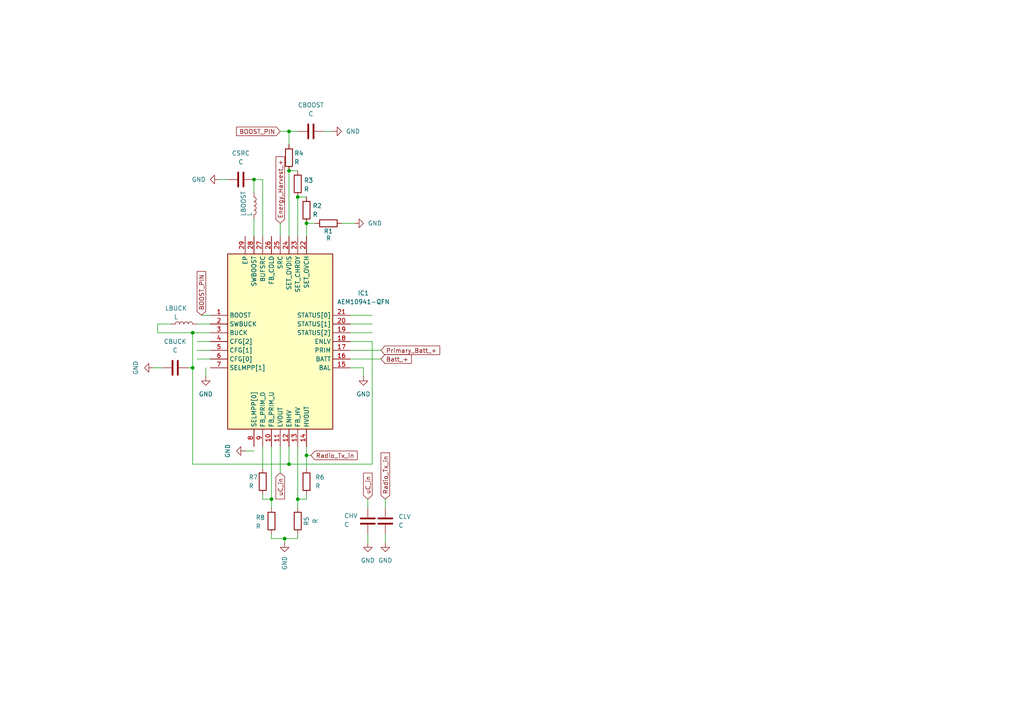
<source format=kicad_sch>
(kicad_sch (version 20250114) (generator "eeschema") (generator_version "9.0")
  (paper "A4")
  (lib_symbols
    (symbol "AEM10941:AEM10941-QFN"
      (property "Reference" "IC" (at 36.83 22.86 0))
      (property "Value" "AEM10941-QFN" (at 36.83 20.32 0))
      (symbol "AEM10941-QFN_1_1"
        (rectangle (start 5.08 17.78) (end 35.56 -33.02) (stroke (width 0.254)) (fill (type background)))
        (pin passive line (at 0 0 0) (length 5.08) (name "BOOST") (number "1"))
        (pin passive line (at 0 -2.54 0) (length 5.08) (name "SWBUCK") (number "2"))
        (pin passive line (at 0 -5.08 0) (length 5.08) (name "BUCK") (number "3"))
        (pin passive line (at 0 -7.62 0) (length 5.08) (name "CFG[2]") (number "4"))
        (pin passive line (at 0 -10.16 0) (length 5.08) (name "CFG[1]") (number "5"))
        (pin passive line (at 0 -12.7 0) (length 5.08) (name "CFG[0]") (number "6"))
        (pin passive line (at 0 -15.24 0) (length 5.08) (name "SELMPP[1]") (number "7"))
        (pin passive line (at 10.16 22.86 270) (length 5.08) (name "EP") (number "29"))
        (pin passive line (at 12.7 22.86 270) (length 5.08) (name "SWBOOST") (number "28"))
        (pin passive line (at 12.7 -38.1 90) (length 5.08) (name "SELMPP[0]") (number "8"))
        (pin passive line (at 15.24 22.86 270) (length 5.08) (name "BUFSRC") (number "27"))
        (pin passive line (at 15.24 -38.1 90) (length 5.08) (name "FB_PRIM_D") (number "9"))
        (pin passive line (at 17.78 22.86 270) (length 5.08) (name "FB_COLD") (number "26"))
        (pin passive line (at 17.78 -38.1 90) (length 5.08) (name "FB_PRIM_U") (number "10"))
        (pin passive line (at 20.32 22.86 270) (length 5.08) (name "SRC") (number "25"))
        (pin passive line (at 20.32 -38.1 90) (length 5.08) (name "LVOUT") (number "11"))
        (pin passive line (at 22.86 22.86 270) (length 5.08) (name "SET_OVDIS") (number "24"))
        (pin passive line (at 22.86 -38.1 90) (length 5.08) (name "ENHV") (number "12"))
        (pin passive line (at 25.4 22.86 270) (length 5.08) (name "SET_CHRDY") (number "23"))
        (pin passive line (at 25.4 -38.1 90) (length 5.08) (name "FB_HV") (number "13"))
        (pin passive line (at 27.94 22.86 270) (length 5.08) (name "SET_OVCH") (number "22"))
        (pin passive line (at 27.94 -38.1 90) (length 5.08) (name "HVOUT") (number "14"))
        (pin passive line (at 40.64 0 180) (length 5.08) (name "STATUS[0]") (number "21"))
        (pin passive line (at 40.64 -2.54 180) (length 5.08) (name "STATUS[1]") (number "20"))
        (pin passive line (at 40.64 -5.08 180) (length 5.08) (name "STATUS[2]") (number "19"))
        (pin passive line (at 40.64 -7.62 180) (length 5.08) (name "ENLV") (number "18"))
        (pin passive line (at 40.64 -10.16 180) (length 5.08) (name "PRIM") (number "17"))
        (pin passive line (at 40.64 -12.7 180) (length 5.08) (name "BATT") (number "16"))
        (pin passive line (at 40.64 -15.24 180) (length 5.08) (name "BAL") (number "15"))
      )
    )
    (symbol "Device:C" (pin_numbers (hide yes)) (pin_names (offset 0.254))
      (property "Reference" "C" (at 0.635 2.54 0))
      (property "Value" "C" (at 0.635 -2.54 0))
      (symbol "C_0_1"
        (polyline (pts (xy -2.032 0.762) (xy 2.032 0.762)) (stroke (width 0.508)))
        (polyline (pts (xy -2.032 -0.762) (xy 2.032 -0.762)) (stroke (width 0.508)))
      )
      (symbol "C_1_1"
        (pin passive line (at 0 3.81 270) (length 2.794) (name "~") (number "1"))
        (pin passive line (at 0 -3.81 90) (length 2.794) (name "~") (number "2"))
      )
    )
    (symbol "Device:L" (pin_numbers (hide yes)) (pin_names (offset 1.016) (hide yes))
      (property "Reference" "L" (at -1.27 0 90))
      (property "Value" "L" (at 1.905 0 90))
      (symbol "L_0_1"
        (arc (start 0 2.54) (mid 0.6323 1.905) (end 0 1.27))
        (arc (start 0 1.27) (mid 0.6323 0.635) (end 0 0))
        (arc (start 0 0) (mid 0.6323 -0.635) (end 0 -1.27))
        (arc (start 0 -1.27) (mid 0.6323 -1.905) (end 0 -2.54))
      )
      (symbol "L_1_1"
        (pin passive line (at 0 3.81 270) (length 1.27) (name "1") (number "1"))
        (pin passive line (at 0 -3.81 90) (length 1.27) (name "2") (number "2"))
      )
    )
    (symbol "Device:R" (pin_numbers (hide yes)) (pin_names (offset 0))
      (property "Reference" "R" (at 2.032 0 90))
      (property "Value" "R" (at 0 0 90))
      (symbol "R_0_1"
        (rectangle (start -1.016 -2.54) (end 1.016 2.54) (stroke (width 0.254)))
      )
      (symbol "R_1_1"
        (pin passive line (at 0 3.81 270) (length 1.27) (name "~") (number "1"))
        (pin passive line (at 0 -3.81 90) (length 1.27) (name "~") (number "2"))
      )
    )
    (symbol "power:GND" (power) (pin_numbers (hide yes)) (pin_names (offset 0) (hide yes))
      (property "Value" "GND" (at 0 -3.81 0))
      (symbol "GND_0_1"
        (polyline (pts (xy 0 0) (xy 0 -1.27) (xy 1.27 -1.27) (xy 0 -2.54) (xy -1.27 -1.27) (xy 0 -1.27)))
      )
      (symbol "GND_1_1"
        (pin power_in line (at 0 0 270) (length 0) (name "~") (number "1"))
      )
    )
  )
  (junction (at 86.36 57.15))
  (junction (at 88.9 132.08))
  (junction (at 55.88 106.68))
  (junction (at 55.88 96.52))
  (junction (at 82.55 156.21))
  (junction (at 83.82 134.62))
  (junction (at 88.9 64.77))
  (junction (at 83.82 49.53))
  (junction (at 83.82 38.1))
  (junction (at 78.74 144.78))
  (junction (at 73.66 52.07))
  (junction (at 86.36 144.78))
  (wire (pts (xy 78.74 156.21) (xy 82.55 156.21)))
  (wire (pts (xy 76.2 129.54) (xy 76.2 135.89)))
  (wire (pts (xy 78.74 154.94) (xy 78.74 156.21)))
  (wire (pts (xy 59.69 106.68) (xy 59.69 109.22)))
  (wire (pts (xy 78.74 144.78) (xy 78.74 147.32)))
  (wire (pts (xy 110.49 104.14) (xy 101.6 104.14)))
  (wire (pts (xy 96.52 38.1) (xy 93.98 38.1)))
  (wire (pts (xy 83.82 129.54) (xy 83.82 134.62)))
  (wire (pts (xy 111.76 154.94) (xy 111.76 157.48)))
  (wire (pts (xy 88.9 144.78) (xy 86.36 144.78)))
  (wire (pts (xy 107.95 134.62) (xy 107.95 99.06)))
  (wire (pts (xy 78.74 129.54) (xy 78.74 144.78)))
  (wire (pts (xy 88.9 64.77) (xy 88.9 68.58)))
  (wire (pts (xy 45.72 93.98) (xy 45.72 96.52)))
  (wire (pts (xy 57.15 104.14) (xy 60.96 104.14)))
  (wire (pts (xy 101.6 91.44) (xy 107.95 91.44)))
  (wire (pts (xy 57.15 93.98) (xy 60.96 93.98)))
  (wire (pts (xy 101.6 99.06) (xy 107.95 99.06)))
  (wire (pts (xy 83.82 134.62) (xy 107.95 134.62)))
  (wire (pts (xy 45.72 96.52) (xy 55.88 96.52)))
  (wire (pts (xy 86.36 38.1) (xy 83.82 38.1)))
  (wire (pts (xy 63.5 52.07) (xy 66.04 52.07)))
  (wire (pts (xy 76.2 52.07) (xy 73.66 52.07)))
  (wire (pts (xy 55.88 106.68) (xy 55.88 134.62)))
  (wire (pts (xy 86.36 57.15) (xy 86.36 68.58)))
  (wire (pts (xy 83.82 49.53) (xy 86.36 49.53)))
  (wire (pts (xy 88.9 144.78) (xy 88.9 143.51)))
  (wire (pts (xy 55.88 96.52) (xy 55.88 106.68)))
  (wire (pts (xy 76.2 52.07) (xy 76.2 68.58)))
  (wire (pts (xy 45.72 93.98) (xy 49.53 93.98)))
  (wire (pts (xy 60.96 96.52) (xy 55.88 96.52)))
  (wire (pts (xy 101.6 93.98) (xy 107.95 93.98)))
  (wire (pts (xy 57.15 99.06) (xy 60.96 99.06)))
  (wire (pts (xy 102.87 64.77) (xy 99.06 64.77)))
  (wire (pts (xy 81.28 64.77) (xy 81.28 68.58)))
  (wire (pts (xy 86.36 57.15) (xy 88.9 57.15)))
  (wire (pts (xy 73.66 130.81) (xy 71.12 130.81)))
  (wire (pts (xy 83.82 38.1) (xy 83.82 41.91)))
  (wire (pts (xy 58.42 91.44) (xy 60.96 91.44)))
  (wire (pts (xy 46.99 106.68) (xy 44.45 106.68)))
  (wire (pts (xy 111.76 144.78) (xy 111.76 147.32)))
  (wire (pts (xy 86.36 154.94) (xy 86.36 156.21)))
  (wire (pts (xy 86.36 147.32) (xy 86.36 144.78)))
  (wire (pts (xy 55.88 134.62) (xy 83.82 134.62)))
  (wire (pts (xy 88.9 129.54) (xy 88.9 132.08)))
  (wire (pts (xy 57.15 101.6) (xy 60.96 101.6)))
  (wire (pts (xy 83.82 49.53) (xy 83.82 68.58)))
  (wire (pts (xy 105.41 106.68) (xy 105.41 109.22)))
  (wire (pts (xy 88.9 64.77) (xy 91.44 64.77)))
  (wire (pts (xy 82.55 156.21) (xy 82.55 157.48)))
  (wire (pts (xy 105.41 106.68) (xy 101.6 106.68)))
  (wire (pts (xy 73.66 52.07) (xy 73.66 55.88)))
  (wire (pts (xy 86.36 129.54) (xy 86.36 144.78)))
  (wire (pts (xy 90.17 132.08) (xy 88.9 132.08)))
  (wire (pts (xy 82.55 156.21) (xy 86.36 156.21)))
  (wire (pts (xy 76.2 144.78) (xy 78.74 144.78)))
  (wire (pts (xy 81.28 129.54) (xy 81.28 137.16)))
  (wire (pts (xy 106.68 144.78) (xy 106.68 147.32)))
  (wire (pts (xy 106.68 154.94) (xy 106.68 157.48)))
  (wire (pts (xy 73.66 63.5) (xy 73.66 68.58)))
  (wire (pts (xy 54.61 106.68) (xy 55.88 106.68)))
  (wire (pts (xy 81.28 38.1) (xy 83.82 38.1)))
  (wire (pts (xy 88.9 132.08) (xy 88.9 135.89)))
  (wire (pts (xy 101.6 96.52) (xy 107.95 96.52)))
  (wire (pts (xy 76.2 143.51) (xy 76.2 144.78)))
  (wire (pts (xy 101.6 101.6) (xy 110.49 101.6)))
  (global_label "BOOST_PIN" (shape input) (at 81.28 38.1 180) (property "Intersheetrefs" "${INTERSHEET_REFS}" (effects (hide yes))))
  (global_label "uC_in" (shape input) (at 106.68 144.78 90) (property "Intersheetrefs" "${INTERSHEET_REFS}" (effects (hide yes))))
  (global_label "Batt_+" (shape input) (at 110.49 104.14 0) (property "Intersheetrefs" "${INTERSHEET_REFS}" (effects (hide yes))))
  (global_label "Energy_Harvest_+" (shape input) (at 81.28 64.77 90) (property "Intersheetrefs" "${INTERSHEET_REFS}" (effects (hide yes))))
  (global_label "Radio_Tx_in" (shape input) (at 90.17 132.08 0) (property "Intersheetrefs" "${INTERSHEET_REFS}" (effects (hide yes))))
  (global_label "BOOST_PIN" (shape input) (at 58.42 91.44 90) (property "Intersheetrefs" "${INTERSHEET_REFS}" (effects (hide yes))))
  (global_label "Radio_Tx_in" (shape input) (at 111.76 144.78 90) (property "Intersheetrefs" "${INTERSHEET_REFS}" (effects (hide yes))))
  (global_label "uC_in" (shape input) (at 81.28 137.16 270) (property "Intersheetrefs" "${INTERSHEET_REFS}" (effects (hide yes))))
  (global_label "Primary_Batt_+" (shape input) (at 110.49 101.6 0) (property "Intersheetrefs" "${INTERSHEET_REFS}" (effects (hide yes))))
  (symbol (lib_id "Device:C") (at 90.17 38.1 90) (unit 1)
    (property "Reference" "CBOOST" (at 90.17 30.48 90))
    (property "Value" "C" (at 90.17 33.02 90))
    (property "Description" "Unpolarized capacitor" (effects (hide yes)))
  )
  (symbol (lib_id "Device:C") (at 106.68 151.13 0) (unit 1)
    (property "Reference" "CHV" (at 99.822 149.606 0) (effects (justify left)))
    (property "Value" "C" (at 99.822 152.146 0) (effects (justify left)))
    (property "Description" "Unpolarized capacitor" (effects (hide yes)))
  )
  (symbol (lib_id "power:GND") (at 71.12 130.81 270) (unit 1)
    (property "Reference" "#PWR09" (effects (hide yes)))
    (property "Value" "GND" (at 66.04 130.81 0))
    (property "Description" "Power symbol creates a global label with name \"GND\" , ground" (effects (hide yes)))
  )
  (symbol (lib_id "Device:R") (at 76.2 139.7 0) (unit 1)
    (property "Reference" "R7" (at 72.136 138.43 0) (effects (justify left)))
    (property "Value" "R" (at 72.136 140.97 0) (effects (justify left)))
    (property "Description" "Resistor" (effects (hide yes)))
  )
  (symbol (lib_id "power:GND") (at 44.45 106.68 270) (unit 1)
    (property "Reference" "#PWR06" (effects (hide yes)))
    (property "Value" "GND" (at 39.37 106.68 0))
    (property "Description" "Power symbol creates a global label with name \"GND\" , ground" (effects (hide yes)))
  )
  (symbol (lib_id "Device:R") (at 78.74 151.13 180) (unit 1)
    (property "Reference" "R8" (at 74.168 150.114 0) (effects (justify right)))
    (property "Value" "R" (at 74.168 152.654 0) (effects (justify right)))
    (property "Description" "Resistor" (effects (hide yes)))
  )
  (symbol (lib_id "Device:C") (at 69.85 52.07 270) (unit 1)
    (property "Reference" "CSRC" (at 69.85 44.45 90))
    (property "Value" "C" (at 69.85 46.99 90))
    (property "Description" "Unpolarized capacitor" (effects (hide yes)))
  )
  (symbol (lib_id "Device:C") (at 111.76 151.13 0) (unit 1)
    (property "Reference" "CLV" (at 115.57 149.8599 0) (effects (justify left)))
    (property "Value" "C" (at 115.57 152.3999 0) (effects (justify left)))
    (property "Description" "Unpolarized capacitor" (effects (hide yes)))
  )
  (symbol (lib_id "power:GND") (at 102.87 64.77 90) (unit 1)
    (property "Reference" "#PWR04" (effects (hide yes)))
    (property "Value" "GND" (at 106.68 64.7699 90) (effects (justify right)))
    (property "Description" "Power symbol creates a global label with name \"GND\" , ground" (effects (hide yes)))
  )
  (symbol (lib_id "power:GND") (at 63.5 52.07 270) (unit 1)
    (property "Reference" "#PWR07" (effects (hide yes)))
    (property "Value" "GND" (at 59.69 52.0701 90) (effects (justify right)))
    (property "Description" "Power symbol creates a global label with name \"GND\" , ground" (effects (hide yes)))
  )
  (symbol (lib_id "power:GND") (at 82.55 157.48 0) (unit 1)
    (property "Reference" "#PWR05" (effects (hide yes)))
    (property "Value" "GND" (at 82.5499 161.29 90) (effects (justify right)))
    (property "Description" "Power symbol creates a global label with name \"GND\" , ground" (effects (hide yes)))
  )
  (symbol (lib_id "Device:L") (at 73.66 59.69 0) (unit 1)
    (property "Reference" "LBOOST" (at 70.612 62.738 90) (effects (justify left)))
    (property "Value" "L" (at 72.39 62.738 90) (effects (justify left)))
    (property "Description" "Inductor" (effects (hide yes)))
  )
  (symbol (lib_id "Device:L") (at 53.34 93.98 90) (unit 1)
    (property "Reference" "LBUCK" (at 51.054 89.408 90))
    (property "Value" "L" (at 51.054 91.948 90))
    (property "Description" "Inductor" (effects (hide yes)))
  )
  (symbol (lib_id "Device:R") (at 88.9 60.96 0) (unit 1)
    (property "Reference" "R2" (at 90.678 59.69 0) (effects (justify left)))
    (property "Value" "R" (at 90.678 62.23 0) (effects (justify left)))
    (property "Description" "Resistor" (effects (hide yes)))
  )
  (symbol (lib_id "Device:R") (at 95.25 64.77 270) (unit 1)
    (property "Reference" "R1" (at 95.25 67.056 90))
    (property "Value" "R" (at 95.25 69.088 90))
    (property "Description" "Resistor" (effects (hide yes)))
  )
  (symbol (lib_id "Device:R") (at 83.82 45.72 0) (unit 1)
    (property "Reference" "R4" (at 85.344 44.45 0) (effects (justify left)))
    (property "Value" "R" (at 85.344 46.99 0) (effects (justify left)))
    (property "Description" "Resistor" (effects (hide yes)))
  )
  (symbol (lib_id "power:GND") (at 111.76 157.48 0) (unit 1)
    (property "Reference" "#PWR011" (effects (hide yes)))
    (property "Value" "GND" (at 111.76 162.56 0))
    (property "Description" "Power symbol creates a global label with name \"GND\" , ground" (effects (hide yes)))
  )
  (symbol (lib_id "power:GND") (at 59.69 109.22 0) (unit 1)
    (property "Reference" "#PWR03" (effects (hide yes)))
    (property "Value" "GND" (at 59.69 114.3 0))
    (property "Description" "Power symbol creates a global label with name \"GND\" , ground" (effects (hide yes)))
  )
  (symbol (lib_id "Device:R") (at 88.9 139.7 0) (unit 1)
    (property "Reference" "R6" (at 91.44 138.4299 0) (effects (justify left)))
    (property "Value" "R" (at 91.44 140.9699 0) (effects (justify left)))
    (property "Description" "Resistor" (effects (hide yes)))
  )
  (symbol (lib_id "power:GND") (at 105.41 109.22 0) (unit 1)
    (property "Reference" "#PWR02" (effects (hide yes)))
    (property "Value" "GND" (at 105.41 114.3 0))
    (property "Description" "Power symbol creates a global label with name \"GND\" , ground" (effects (hide yes)))
  )
  (symbol (lib_id "Device:R") (at 86.36 53.34 0) (unit 1)
    (property "Reference" "R3" (at 88.138 52.324 0) (effects (justify left)))
    (property "Value" "R" (at 88.138 54.864 0) (effects (justify left)))
    (property "Description" "Resistor" (effects (hide yes)))
  )
  (symbol (lib_id "Device:C") (at 50.8 106.68 90) (unit 1)
    (property "Reference" "CBUCK" (at 50.8 99.06 90))
    (property "Value" "C" (at 50.8 101.6 90))
    (property "Description" "Unpolarized capacitor" (effects (hide yes)))
  )
  (symbol (lib_id "power:GND") (at 106.68 157.48 0) (unit 1)
    (property "Reference" "#PWR010" (effects (hide yes)))
    (property "Value" "GND" (at 106.68 162.56 0))
    (property "Description" "Power symbol creates a global label with name \"GND\" , ground" (effects (hide yes)))
  )
  (symbol (lib_id "Device:R") (at 86.36 151.13 180) (unit 1)
    (property "Reference" "R5" (at 88.9 151.13 90))
    (property "Value" "R" (at 91.44 151.13 90))
    (property "Description" "Resistor" (effects (hide yes)))
  )
  (symbol (lib_id "power:GND") (at 96.52 38.1 90) (unit 1)
    (property "Reference" "#PWR08" (effects (hide yes)))
    (property "Value" "GND" (at 100.33 38.0999 90) (effects (justify right)))
    (property "Description" "Power symbol creates a global label with name \"GND\" , ground" (effects (hide yes)))
  )
  (symbol (lib_id "AEM10941:AEM10941-QFN") (at 60.96 91.44 0) (unit 1)
    (property "Reference" "IC1" (at 105.41 85.0198 0))
    (property "Value" "AEM10941-QFN" (at 105.41 87.5598 0))
    (property "Footprint" "QFN50P500X500X90-29N-D" (effects (hide yes)))
    (property "Datasheet" "https://e-peas.com/product/aem10941/" (effects (hide yes)))
    (property "Description" "Power Management Specialized - PMIC PV Cell PMIC" (effects (hide yes)))
    (property "Height" "0.9" (effects (hide yes)))
    (property "Mouser Part Number" "120-AEM10941-QFN" (effects (hide yes)))
    (property "Mouser Price/Stock" "https://www.mouser.co.uk/ProductDetail/e-peas/AEM10941-QFN?qs=W%2FMpXkg%252BdQ7CeqB2lBPbRQ%3D%3D" (effects (hide yes)))
    (property "Manufacturer_Name" "E-PEAS" (effects (hide yes)))
    (property "Manufacturer_Part_Number" "AEM10941-QFN" (effects (hide yes)))
  )
)
</source>
